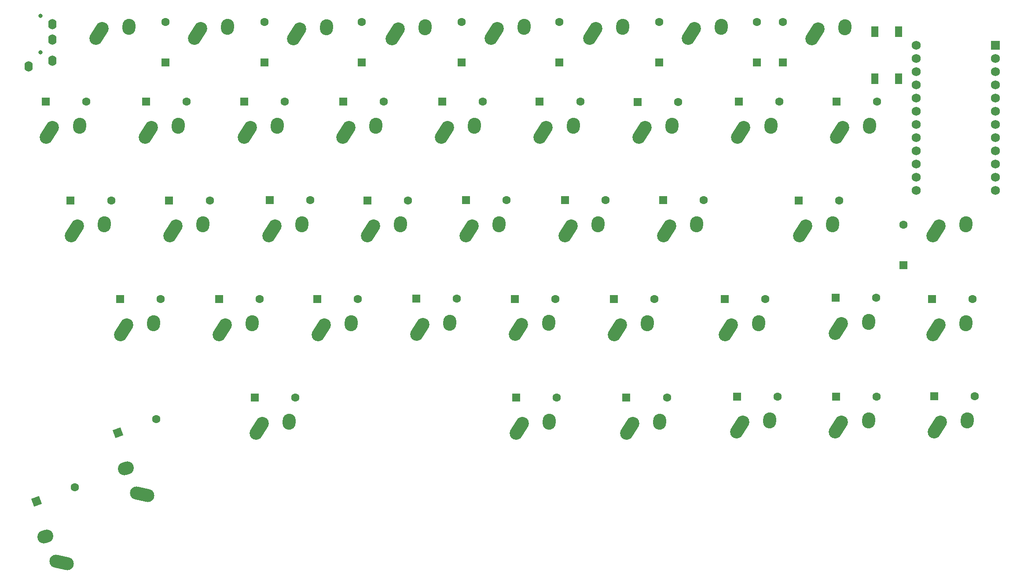
<source format=gbs>
G04 #@! TF.GenerationSoftware,KiCad,Pcbnew,(6.0.10-0)*
G04 #@! TF.CreationDate,2022-12-25T19:45:21-08:00*
G04 #@! TF.ProjectId,right,72696768-742e-46b6-9963-61645f706362,rev?*
G04 #@! TF.SameCoordinates,Original*
G04 #@! TF.FileFunction,Soldermask,Bot*
G04 #@! TF.FilePolarity,Negative*
%FSLAX46Y46*%
G04 Gerber Fmt 4.6, Leading zero omitted, Abs format (unit mm)*
G04 Created by KiCad (PCBNEW (6.0.10-0)) date 2022-12-25 19:45:21*
%MOMM*%
%LPD*%
G01*
G04 APERTURE LIST*
G04 Aperture macros list*
%AMHorizOval*
0 Thick line with rounded ends*
0 $1 width*
0 $2 $3 position (X,Y) of the first rounded end (center of the circle)*
0 $4 $5 position (X,Y) of the second rounded end (center of the circle)*
0 Add line between two ends*
20,1,$1,$2,$3,$4,$5,0*
0 Add two circle primitives to create the rounded ends*
1,1,$1,$2,$3*
1,1,$1,$4,$5*%
%AMRotRect*
0 Rectangle, with rotation*
0 The origin of the aperture is its center*
0 $1 length*
0 $2 width*
0 $3 Rotation angle, in degrees counterclockwise*
0 Add horizontal line*
21,1,$1,$2,0,0,$3*%
G04 Aperture macros list end*
%ADD10R,1.600000X1.600000*%
%ADD11C,1.600000*%
%ADD12RotRect,1.600000X1.600000X20.000000*%
%ADD13HorizOval,2.500000X-0.604462X-0.948815X0.604462X0.948815X0*%
%ADD14HorizOval,2.500000X-0.019724X-0.289328X0.019724X0.289328X0*%
%ADD15HorizOval,2.500000X-1.098333X0.243495X1.098333X-0.243495X0*%
%ADD16HorizOval,2.500000X0.278626X0.080421X-0.278626X-0.080421X0*%
%ADD17C,0.800000*%
%ADD18O,1.600000X2.000000*%
%ADD19R,1.752600X1.752600*%
%ADD20C,1.752600*%
%ADD21R,1.400000X2.100000*%
G04 APERTURE END LIST*
D10*
X54750000Y-36400000D03*
D11*
X54750000Y-28600000D03*
D10*
X73750000Y-36400000D03*
D11*
X73750000Y-28600000D03*
D10*
X92500000Y-36400000D03*
D11*
X92500000Y-28600000D03*
D10*
X31680000Y-43910000D03*
D11*
X39480000Y-43910000D03*
D10*
X36480000Y-62930000D03*
D11*
X44280000Y-62930000D03*
D10*
X45980000Y-81940000D03*
D11*
X53780000Y-81940000D03*
D12*
X29955199Y-120873879D03*
D11*
X37284801Y-118206121D03*
D10*
X51020000Y-43910000D03*
D11*
X58820000Y-43910000D03*
D10*
X55450000Y-62930000D03*
D11*
X63250000Y-62930000D03*
D10*
X65020000Y-81960000D03*
D11*
X72820000Y-81960000D03*
D12*
X45605199Y-107703879D03*
D11*
X52934801Y-105036121D03*
D10*
X69870000Y-43890000D03*
D11*
X77670000Y-43890000D03*
D10*
X74800000Y-62900000D03*
D11*
X82600000Y-62900000D03*
D10*
X83950000Y-81930000D03*
D11*
X91750000Y-81930000D03*
D10*
X71885000Y-100900000D03*
D11*
X79685000Y-100900000D03*
D10*
X111750000Y-36400000D03*
D11*
X111750000Y-28600000D03*
D10*
X88950000Y-43940000D03*
D11*
X96750000Y-43940000D03*
D10*
X93570000Y-62940000D03*
D11*
X101370000Y-62940000D03*
D10*
X102980000Y-81880000D03*
D11*
X110780000Y-81880000D03*
D10*
X122200000Y-100910000D03*
D11*
X130000000Y-100910000D03*
D10*
X130500000Y-36400000D03*
D11*
X130500000Y-28600000D03*
D10*
X107960000Y-43940000D03*
D11*
X115760000Y-43940000D03*
D10*
X112530000Y-62910000D03*
D11*
X120330000Y-62910000D03*
D10*
X121940000Y-81930000D03*
D11*
X129740000Y-81930000D03*
D10*
X143410000Y-100900000D03*
D11*
X151210000Y-100900000D03*
D10*
X149750000Y-36400000D03*
D11*
X149750000Y-28600000D03*
D10*
X126740000Y-43950000D03*
D11*
X134540000Y-43950000D03*
D10*
X131580000Y-62910000D03*
D11*
X139380000Y-62910000D03*
D10*
X141020000Y-81910000D03*
D11*
X148820000Y-81910000D03*
D10*
X164730000Y-100690000D03*
D11*
X172530000Y-100690000D03*
D10*
X168500000Y-36400000D03*
D11*
X168500000Y-28600000D03*
D10*
X145600000Y-43970000D03*
D11*
X153400000Y-43970000D03*
D10*
X150460000Y-62920000D03*
D11*
X158260000Y-62920000D03*
D10*
X162360000Y-81930000D03*
D11*
X170160000Y-81930000D03*
D10*
X183730000Y-100710000D03*
D11*
X191530000Y-100710000D03*
D10*
X173500000Y-36400000D03*
D11*
X173500000Y-28600000D03*
D10*
X165030000Y-43940000D03*
D11*
X172830000Y-43940000D03*
D10*
X176560000Y-62930000D03*
D11*
X184360000Y-62930000D03*
D10*
X183670000Y-81680000D03*
D11*
X191470000Y-81680000D03*
D10*
X202660000Y-100670000D03*
D11*
X210460000Y-100670000D03*
D10*
X183830000Y-43930000D03*
D11*
X191630000Y-43930000D03*
D13*
X60925000Y-30820000D03*
D14*
X66700000Y-29550000D03*
D13*
X79945000Y-30840000D03*
D14*
X85720000Y-29570000D03*
D13*
X32405000Y-49810000D03*
D14*
X38180000Y-48540000D03*
D13*
X37165000Y-68820000D03*
D14*
X42940000Y-67550000D03*
D13*
X46695000Y-87830000D03*
D14*
X52470000Y-86560000D03*
D15*
X34765558Y-132622610D03*
D16*
X31596982Y-127630251D03*
D13*
X51425000Y-49810000D03*
D14*
X57200000Y-48540000D03*
D13*
X56145000Y-68830000D03*
D14*
X61920000Y-67560000D03*
D13*
X65655000Y-87840000D03*
D14*
X71430000Y-86570000D03*
D13*
X70445000Y-49810000D03*
D14*
X76220000Y-48540000D03*
D13*
X75205000Y-68810000D03*
D14*
X80980000Y-67540000D03*
D13*
X84675000Y-87820000D03*
D14*
X90450000Y-86550000D03*
D13*
X72785000Y-106810000D03*
D14*
X78560000Y-105540000D03*
D13*
X98935000Y-30860000D03*
D14*
X104710000Y-29590000D03*
D13*
X89455000Y-49820000D03*
D14*
X95230000Y-48550000D03*
D13*
X94175000Y-68810000D03*
D14*
X99950000Y-67540000D03*
D13*
X103665000Y-87810000D03*
D14*
X109440000Y-86540000D03*
D13*
X117945000Y-30810000D03*
D14*
X123720000Y-29540000D03*
D13*
X108415000Y-49830000D03*
D14*
X114190000Y-48560000D03*
D13*
X113175000Y-68820000D03*
D14*
X118950000Y-67550000D03*
D13*
X122675000Y-87810000D03*
D14*
X128450000Y-86540000D03*
D13*
X144025000Y-106800000D03*
D14*
X149800000Y-105530000D03*
D13*
X136945000Y-30820000D03*
D14*
X142720000Y-29550000D03*
D13*
X127415000Y-49840000D03*
D14*
X133190000Y-48570000D03*
D13*
X132185000Y-68820000D03*
D14*
X137960000Y-67550000D03*
D13*
X141685000Y-87830000D03*
D14*
X147460000Y-86560000D03*
D13*
X165215000Y-106590000D03*
D14*
X170990000Y-105320000D03*
D13*
X155920000Y-30820000D03*
D14*
X161695000Y-29550000D03*
D13*
X146425000Y-49850000D03*
D14*
X152200000Y-48580000D03*
D13*
X151185000Y-68820000D03*
D14*
X156960000Y-67550000D03*
D13*
X163055000Y-87830000D03*
D14*
X168830000Y-86560000D03*
D13*
X184225000Y-106590000D03*
D14*
X190000000Y-105320000D03*
D13*
X179675000Y-30840000D03*
D14*
X185450000Y-29570000D03*
D13*
X165425000Y-49840000D03*
D14*
X171200000Y-48570000D03*
D13*
X177305000Y-68800000D03*
D14*
X183080000Y-67530000D03*
D13*
X203225000Y-106580000D03*
D14*
X209000000Y-105310000D03*
D13*
X184435000Y-49820000D03*
D14*
X190210000Y-48550000D03*
D17*
X30690000Y-34410000D03*
X30690000Y-27410000D03*
D18*
X28390000Y-37110000D03*
X32990000Y-36010000D03*
X32990000Y-32010000D03*
X32990000Y-29010000D03*
D13*
X122785000Y-106810000D03*
D14*
X128560000Y-105540000D03*
D13*
X41925000Y-30820000D03*
D14*
X47700000Y-29550000D03*
D15*
X50245558Y-119502610D03*
D16*
X47076982Y-114510251D03*
D10*
X196750000Y-75400000D03*
D11*
X196750000Y-67600000D03*
D10*
X202180000Y-81910000D03*
D11*
X209980000Y-81910000D03*
D13*
X202955000Y-68790000D03*
D14*
X208730000Y-67520000D03*
D13*
X184225000Y-87580000D03*
D14*
X190000000Y-86310000D03*
D13*
X202945000Y-87820000D03*
D14*
X208720000Y-86550000D03*
D19*
X214390000Y-33114750D03*
D20*
X214390000Y-35654750D03*
X214390000Y-38194750D03*
X214390000Y-40734750D03*
X214390000Y-43274750D03*
X214390000Y-45814750D03*
X214390000Y-48354750D03*
X214390000Y-50894750D03*
X214390000Y-53434750D03*
X214390000Y-55974750D03*
X214390000Y-58514750D03*
X214390000Y-61054750D03*
X199150000Y-61054750D03*
X199150000Y-58514750D03*
X199150000Y-55974750D03*
X199150000Y-53434750D03*
X199150000Y-50894750D03*
X199150000Y-48354750D03*
X199150000Y-45814750D03*
X199150000Y-43274750D03*
X199150000Y-40734750D03*
X199150000Y-38194750D03*
X199150000Y-35654750D03*
X199150000Y-33114750D03*
D21*
X195750000Y-39550000D03*
X195750000Y-30450000D03*
X191250000Y-39550000D03*
X191250000Y-30450000D03*
M02*

</source>
